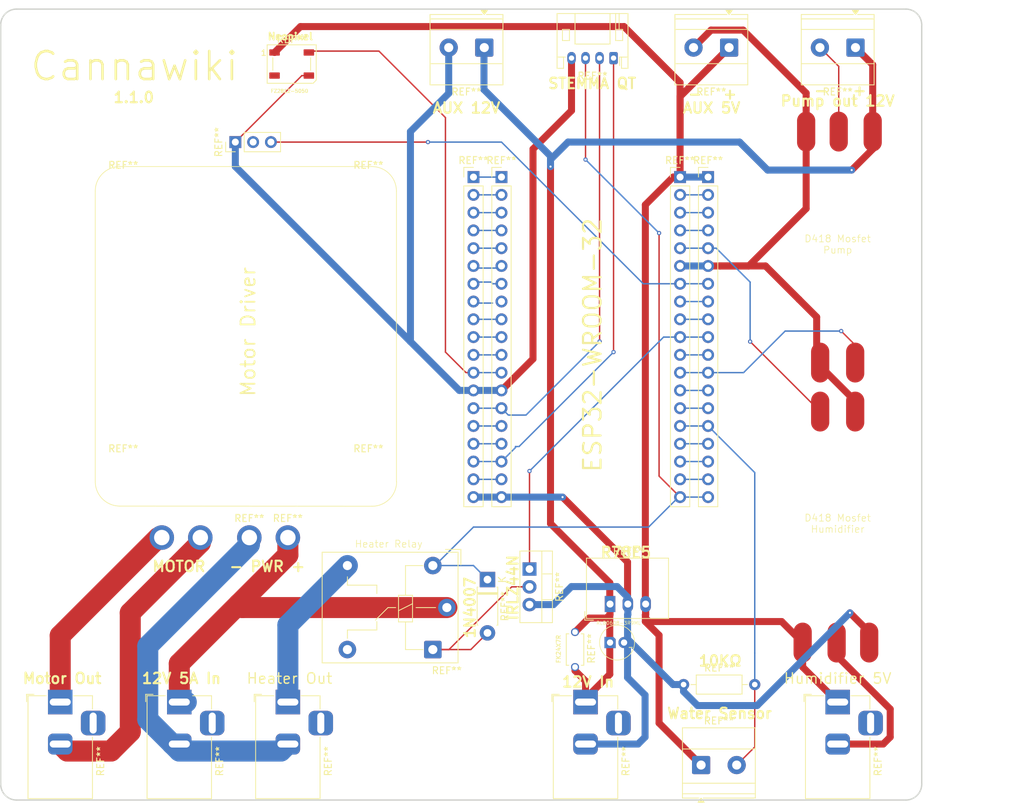
<source format=kicad_pcb>
(kicad_pcb (version 20241229) (generator "pcbnew") (generator_version "9.0")
  (layers (0 "F.Cu" signal) (2 "B.Cu" signal) (13 "F.Paste" user) (15 "B.Paste" user) (5 "F.SilkS" user "F.Silkscreen") (7 "B.SilkS" user "B.Silkscreen") (1 "F.Mask" user) (3 "B.Mask" user) (25 "Edge.Cuts" user))
  (net 0 "")
  (net 1 "12v+")
  (net 2 "gnd")
  (net 3 "5v+")
  (net 4 "wtrsnrIN")
  (net 5 "humidiferGND")
  (net 6 "pumpGND")
  (net 7 "BigGND")
  (net 8 "HeaterPin")
  (net 9 "Big+")
  (net 10 "pumpOutPin")
  (net 11 "humidiferPinOut")
  (net 12 "3.3v")
  (net 13 "SDA")
  (net 14 "SCL")
  (net 15 "heaterRelayOut+")
  (net 16 "heaterTransistorOut")
  (footprint "Connector_BarrelJack:BarrelJack_Horizontal" (layer "F.Cu") (at 77 137.5 90)
    (property "Reference" "REF**" (at -8.45 5.75 90) (layer "F.SilkS"))
    (property "Value" "BarrelJack_Horizontal")
    (pad "1" thru_hole rect (at 0 0 90) (size 3.5 3.5) (drill oval 1 3) (layers "*.Cu" "*.Mask") (net 9 "Big+"))
    (pad "2" thru_hole roundrect (at -6 0 90) (size 3 3.5) (drill oval 1 3) (layers "*.Cu" "*.Mask") (net 7 "BigGND"))
    (pad "3" thru_hole roundrect (at -3 4.7 90) (size 3.5 3.5) (drill oval 3 1) (layers "*.Cu" "*.Mask"))
  )
  (footprint "MountingHole:MountingHole_3.2mm_M3" (layer "F.Cu") (at 104 65)
    (property "Reference" "REF**" (at 0 -4.2 0) (layer "F.SilkS"))
    (property "Value" "MountingHole_3.2mm_M3")
    (pad "" np_thru_hole circle (at 0 0) (size 3.2 3.2) (drill 3.2) (layers "*.Cu" "*.Mask"))
  )
  (footprint "Alex_custom:D4184 module" (layer "F.Cu") (at 162.5 129 90)
    (property "Reference" "REF**" (hide yes))
    (property "Value" "D418")
    (pad "+" smd oval (at 0 3.5 90) (size 5.7 2.6) (layers "F.Cu" "F.Mask" "F.Paste") (net 3 "5v+"))
    (pad "GND" smd oval (at 33 11 90) (size 5.7 2.6) (layers "F.Cu" "F.Mask" "F.Paste") (net 2 "gnd"))
    (pad "Load GND" smd oval (at 0 8.35 90) (size 5.7 2.6) (layers "F.Cu" "F.Mask" "F.Paste") (net 5 "humidiferGND"))
    (pad "PWM" smd oval (at 33 6 90) (size 5.7 2.6) (layers "F.Cu" "F.Mask" "F.Paste") (net 11 "humidiferPinOut"))
    (pad "PWR GND" smd oval (at 0 13 90) (size 5.7 2.6) (layers "F.Cu" "F.Mask" "F.Paste") (net 2 "gnd"))
  )
  (footprint "MountingHole:MountingHole_3.2mm_M3" (layer "F.Cu") (at 69 65)
    (property "Reference" "REF**" (at 0 -4.2 0) (layer "F.SilkS"))
    (property "Value" "MountingHole_3.2mm_M3")
    (pad "" np_thru_hole circle (at 0 0) (size 3.2 3.2) (drill 3.2) (layers "*.Cu" "*.Mask"))
  )
  (footprint "Connector_BarrelJack:BarrelJack_Horizontal" (layer "F.Cu") (at 135 137.5 90)
    (property "Reference" "REF**" (at -8.45 5.75 90) (layer "F.SilkS"))
    (property "Value" "BarrelJack_Horizontal")
    (pad "1" thru_hole rect (at 0 0 90) (size 3.5 3.5) (drill oval 1 3) (layers "*.Cu" "*.Mask") (net 1 "12v+"))
    (pad "2" thru_hole roundrect (at -6 0 90) (size 3 3.5) (drill oval 1 3) (layers "*.Cu" "*.Mask") (net 2 "gnd"))
    (pad "3" thru_hole roundrect (at -3 4.7 90) (size 3.5 3.5) (drill oval 3 1) (layers "*.Cu" "*.Mask"))
  )
  (footprint "Connector_PinHeader_2.54mm:PinHeader_1x19_P2.54mm_Vertical" (layer "F.Cu") (at 123 62.5)
    (property "Reference" "REF**" (at 0 -2.38 0) (layer "F.SilkS"))
    (property "Value" "PinHeader_1x19_P2.54mm_Vertical")
    (pad "2" thru_hole circle (at 0 2.54) (size 1.7 1.7) (drill 1) (layers "*.Cu" "*.Mask"))
    (pad "3" thru_hole circle (at 0 5.08) (size 1.7 1.7) (drill 1) (layers "*.Cu" "*.Mask"))
    (pad "4" thru_hole circle (at 0 7.62) (size 1.7 1.7) (drill 1) (layers "*.Cu" "*.Mask"))
    (pad "5" thru_hole circle (at 0 10.16) (size 1.7 1.7) (drill 1) (layers "*.Cu" "*.Mask"))
    (pad "6" thru_hole circle (at 0 12.7) (size 1.7 1.7) (drill 1) (layers "*.Cu" "*.Mask"))
    (pad "7" thru_hole circle (at 0 15.24) (size 1.7 1.7) (drill 1) (layers "*.Cu" "*.Mask"))
    (pad "8" thru_hole circle (at 0 17.78) (size 1.7 1.7) (drill 1) (layers "*.Cu" "*.Mask"))
    (pad "9" thru_hole circle (at 0 20.32) (size 1.7 1.7) (drill 1) (layers "*.Cu" "*.Mask"))
    (pad "10" thru_hole circle (at 0 22.86) (size 1.7 1.7) (drill 1) (layers "*.Cu" "*.Mask"))
    (pad "11" thru_hole circle (at 0 25.4) (size 1.7 1.7) (drill 1) (layers "*.Cu" "*.Mask"))
    (pad "CLK" thru_hole rect (at 0 0) (size 1.7 1.7) (drill 1) (layers "*.Cu" "*.Mask"))
    (pad "G19" thru_hole circle (at 0 27.94) (size 1.7 1.7) (drill 1) (layers "*.Cu" "*.Mask"))
    (pad "G21" thru_hole circle (at 0 33.02) (size 1.7 1.7) (drill 1) (layers "*.Cu" "*.Mask") (net 13 "SDA"))
    (pad "G22" thru_hole circle (at 0 40.64) (size 1.7 1.7) (drill 1) (layers "*.Cu" "*.Mask") (net 14 "SCL"))
    (pad "G23" thru_hole circle (at 0 43.18) (size 1.7 1.7) (drill 1) (layers "*.Cu" "*.Mask"))
    (pad "GND" thru_hole circle (at 0 30.48) (size 1.7 1.7) (drill 1) (layers "*.Cu" "*.Mask") (net 2 "gnd"))
    (pad "GND" thru_hole circle (at 0 45.72) (size 1.7 1.7) (drill 1) (layers "*.Cu" "*.Mask") (net 2 "gnd"))
    (pad "RXD" thru_hole circle (at 0 35.56) (size 1.7 1.7) (drill 1) (layers "*.Cu" "*.Mask"))
    (pad "TXD" thru_hole circle (at 0 38.1) (size 1.7 1.7) (drill 1) (layers "*.Cu" "*.Mask"))
  )
  (footprint "MountingHole:MountingHole_3.2mm_M3" (layer "F.Cu") (at 69 105.5)
    (property "Reference" "REF**" (at 0 -4.2 0) (layer "F.SilkS"))
    (property "Value" "MountingHole_3.2mm_M3")
    (pad "" np_thru_hole circle (at 0 0) (size 3.2 3.2) (drill 3.2) (layers "*.Cu" "*.Mask"))
  )
  (footprint "Connector_BarrelJack:BarrelJack_Horizontal" (layer "F.Cu") (at 171 137.5 90)
    (property "Reference" "REF**" (at -8.45 5.75 90) (layer "F.SilkS"))
    (property "Value" "BarrelJack_Horizontal")
    (pad "1" thru_hole rect (at 0 0 90) (size 3.5 3.5) (drill oval 1 3) (layers "*.Cu" "*.Mask") (net 3 "5v+"))
    (pad "2" thru_hole roundrect (at -6 0 90) (size 3 3.5) (drill oval 1 3) (layers "*.Cu" "*.Mask") (net 5 "humidiferGND"))
    (pad "3" thru_hole roundrect (at -3 4.7 90) (size 3.5 3.5) (drill oval 3 1) (layers "*.Cu" "*.Mask"))
  )
  (footprint "Connector_PinHeader_2.54mm:PinHeader_1x19_P2.54mm_Vertical" (layer "F.Cu") (at 148.5 62.5)
    (property "Reference" "REF**" (at 0 -2.38 0) (layer "F.SilkS"))
    (property "Value" "PinHeader_1x19_P2.54mm_Vertical")
    (pad "3V3" thru_hole circle (at 0 45.72) (size 1.7 1.7) (drill 1) (layers "*.Cu" "*.Mask") (net 12 "3.3v"))
    (pad "13" thru_hole circle (at 0 30.48) (size 1.7 1.7) (drill 1) (layers "*.Cu" "*.Mask"))
    (pad "14" thru_hole circle (at 0 33.02) (size 1.7 1.7) (drill 1) (layers "*.Cu" "*.Mask"))
    (pad "16" thru_hole circle (at 0 38.1) (size 1.7 1.7) (drill 1) (layers "*.Cu" "*.Mask"))
    (pad "17" thru_hole circle (at 0 40.64) (size 1.7 1.7) (drill 1) (layers "*.Cu" "*.Mask"))
    (pad "18" thru_hole circle (at 0 43.18) (size 1.7 1.7) (drill 1) (layers "*.Cu" "*.Mask"))
    (pad "CMD" thru_hole circle (at 0 2.54) (size 1.7 1.7) (drill 1) (layers "*.Cu" "*.Mask"))
    (pad "G12" thru_hole circle (at 0 15.24) (size 1.7 1.7) (drill 1) (layers "*.Cu" "*.Mask"))
    (pad "G13" thru_hole circle (at 0 10.16) (size 1.7 1.7) (drill 1) (layers "*.Cu" "*.Mask") (net 11 "humidiferPinOut"))
    (pad "G14" thru_hole circle (at 0 17.78) (size 1.7 1.7) (drill 1) (layers "*.Cu" "*.Mask"))
    (pad "G25" thru_hole circle (at 0 25.4) (size 1.7 1.7) (drill 1) (layers "*.Cu" "*.Mask"))
    (pad "G26" thru_hole circle (at 0 22.86) (size 1.7 1.7) (drill 1) (layers "*.Cu" "*.Mask") (net 8 "HeaterPin"))
    (pad "G27" thru_hole circle (at 0 20.32) (size 1.7 1.7) (drill 1) (layers "*.Cu" "*.Mask"))
    (pad "G33" thru_hole circle (at 0 27.94) (size 1.7 1.7) (drill 1) (layers "*.Cu" "*.Mask") (net 10 "pumpOutPin"))
    (pad "G34" thru_hole circle (at 0 35.56) (size 1.7 1.7) (drill 1) (layers "*.Cu" "*.Mask") (net 4 "wtrsnrIN"))
    (pad "GND" thru_hole circle (at 0 12.7) (size 1.7 1.7) (drill 1) (layers "*.Cu" "*.Mask") (net 2 "gnd"))
    (pad "SD2" thru_hole circle (at 0 7.62) (size 1.7 1.7) (drill 1) (layers "*.Cu" "*.Mask"))
    (pad "SD3" thru_hole circle (at 0 5.08) (size 1.7 1.7) (drill 1) (layers "*.Cu" "*.Mask"))
    (pad "V5" thru_hole rect (at 0 0) (size 1.7 1.7) (drill 1) (layers "*.Cu" "*.Mask") (net 3 "5v+"))
  )
  (footprint "TerminalBlock_Phoenix:TerminalBlock_Phoenix_MKDS-1,5-2-5.08_1x02_P5.08mm_Horizontal" (layer "F.Cu") (at 151.5 146.5)
    (property "Reference" "REF**" (at 2.54 -6.32 0) (layer "F.SilkS"))
    (property "Value" "TerminalBlock_Phoenix_MKDS-1,5-2-5.08_1x02_P5.08mm_Horizontal")
    (pad "1" thru_hole roundrect (at 0 0) (size 2.6 2.6) (drill 1.3) (layers "*.Cu" "*.Mask") (roundrect_rratio 0.096154) (net 3 "5v+"))
    (pad "2" thru_hole circle (at 5.08 0) (size 2.6 2.6) (drill 1.3) (layers "*.Cu" "*.Mask") (net 4 "wtrsnrIN"))
  )
  (footprint "Connector_PinHeader_2.54mm:PinHeader_1x03_P2.54mm_Vertical" (layer "F.Cu") (at 85 57.5 90)
    (property "Reference" "REF**" (at 0 -2.38 90) (layer "F.SilkS"))
    (property "Value" "PinHeader_1x03_P2.54mm_Vertical")
    (pad "2" thru_hole circle (at 0 2.54 90) (size 1.7 1.7) (drill 1) (layers "*.Cu" "*.Mask"))
    (pad "GND" thru_hole rect (at 0 0 90) (size 1.7 1.7) (drill 1) (layers "*.Cu" "*.Mask") (net 2 "gnd"))
    (pad "IN1" thru_hole circle (at 0 5.08 90) (size 1.7 1.7) (drill 1) (layers "*.Cu" "*.Mask"))
  )
  (footprint "TerminalBlock_Phoenix:TerminalBlock_Phoenix_MKDS-1,5-2-5.08_1x02_P5.08mm_Horizontal" (layer "F.Cu") (at 120.545 44 180)
    (property "Reference" "REF**" (at 2.54 -6.32 0) (layer "F.SilkS"))
    (property "Value" "TerminalBlock_Phoenix_MKDS-1,5-2-5.08_1x02_P5.08mm_Horizontal")
    (pad "1" thru_hole roundrect (at 0 0 180) (size 2.6 2.6) (drill 1.3) (layers "*.Cu" "*.Mask") (roundrect_rratio 0.096154) (net 1 "12v+"))
    (pad "2" thru_hole circle (at 5.08 0 180) (size 2.6 2.6) (drill 1.3) (layers "*.Cu" "*.Mask") (net 2 "gnd"))
  )
  (footprint "Alex_custom:RLB0608-3R9ML" (layer "F.Cu") (at 139.5 129)
    (property "Reference" "REF**" (hide yes))
    (property "Value" "RLB0608-3R9ML" (hide yes))
    (fp_text user "RLB0608-3R9ML" (at -3 -2.5 0) (layer "F.SilkS") (effects (font (size 0.5 0.5) (thickness 0.0625)) (justify left bottom)))
    (pad "1" thru_hole roundrect (at -1 0) (size 1.6 1.6) (drill 0.9) (layers "*.Cu" "*.Mask") (roundrect_rratio 0) (chamfer_ratio 0.2) (chamfer top_right))
    (pad "2" thru_hole circle (at 1 0) (size 1.6 1.6) (drill 0.9) (layers "*.Cu" "*.Mask"))
  )
  (footprint "Connector_BarrelJack:BarrelJack_Horizontal" (layer "F.Cu") (at 60 137.5 90)
    (property "Reference" "REF**" (at -8.45 5.75 90) (layer "F.SilkS"))
    (property "Value" "BarrelJack_Horizontal")
    (pad "1" thru_hole rect (at 0 0 90) (size 3.5 3.5) (drill oval 1 3) (layers "*.Cu" "*.Mask"))
    (pad "2" thru_hole roundrect (at -6 0 90) (size 3 3.5) (drill oval 1 3) (layers "*.Cu" "*.Mask"))
    (pad "3" thru_hole roundrect (at -3 4.7 90) (size 3.5 3.5) (drill oval 3 1) (layers "*.Cu" "*.Mask"))
  )
  (footprint "Relay_THT:Relay_SPDT_Hongfa_JQC-3FF_0XX-1Z" (layer "F.Cu") (at 113.2 130 180)
    (property "Reference" "REF**" (at -2 -3 0) (layer "F.SilkS"))
    (property "Value" "Relay_SPDT_Hongfa_JQC-3FF_0XX-1Z")
    (pad "11" thru_hole circle (at -2 6 180) (size 2.5 2.5) (drill 1.3) (layers "*.Cu" "*.Mask") (net 9 "Big+"))
    (pad "12" thru_hole circle (at 12.2 0 180) (size 2.5 2.5) (drill 1.3) (layers "*.Cu" "*.Mask"))
    (pad "14" thru_hole circle (at 12.2 12 180) (size 2.5 2.5) (drill 1.3) (layers "*.Cu" "*.Mask") (net 15 "heaterRelayOut+"))
    (pad "A1" thru_hole roundrect (at 0 0 180) (size 2.5 2.5) (drill 1.3) (layers "*.Cu" "*.Mask") (roundrect_rratio 0.1) (net 16 "heaterTransistorOut"))
    (pad "A2" thru_hole circle (at 0 12 180) (size 2.5 2.5) (drill 1.3) (layers "*.Cu" "*.Mask") (net 12 "3.3v"))
  )
  (footprint "MountingHole:MountingHole_3.2mm_M3" (layer "F.Cu") (at 104 105.5)
    (property "Reference" "REF**" (at 0 -4.2 0) (layer "F.SilkS"))
    (property "Value" "MountingHole_3.2mm_M3")
    (pad "" np_thru_hole circle (at 0 0) (size 3.2 3.2) (drill 3.2) (layers "*.Cu" "*.Mask"))
  )
  (footprint "Converter_DCDC:Converter_DCDC_RECOM_R-78E-0.5_THT" (layer "F.Cu") (at 138.5 123.5)
    (property "Reference" "REF**" (at 2.54 -7.56 0) (layer "F.SilkS"))
    (property "Value" "Converter_DCDC_RECOM_R-78E-0.5_THT")
    (pad "1" thru_hole rect (at 0 0) (size 1.5 2.3) (drill 1) (layers "*.Cu" "*.Mask") (net 1 "12v+"))
    (pad "2" thru_hole oval (at 2.54 0) (size 1.5 2.3) (drill 1) (layers "*.Cu" "*.Mask") (net 2 "gnd"))
    (pad "3" thru_hole oval (at 5.08 0) (size 1.5 2.3) (drill 1) (layers "*.Cu" "*.Mask") (net 3 "5v+"))
  )
  (footprint "Connector_PinHeader_2.54mm:PinHeader_1x19_P2.54mm_Vertical" (layer "F.Cu") (at 119 62.5)
    (property "Reference" "REF**" (at 0 -2.38 0) (layer "F.SilkS"))
    (property "Value" "PinHeader_1x19_P2.54mm_Vertical")
    (pad "1" thru_hole rect (at 0 0) (size 1.7 1.7) (drill 1) (layers "*.Cu" "*.Mask"))
    (pad "2" thru_hole circle (at 0 2.54) (size 1.7 1.7) (drill 1) (layers "*.Cu" "*.Mask"))
    (pad "3" thru_hole circle (at 0 5.08) (size 1.7 1.7) (drill 1) (layers "*.Cu" "*.Mask"))
    (pad "4" thru_hole circle (at 0 7.62) (size 1.7 1.7) (drill 1) (layers "*.Cu" "*.Mask"))
    (pad "5" thru_hole circle (at 0 10.16) (size 1.7 1.7) (drill 1) (layers "*.Cu" "*.Mask"))
    (pad "6" thru_hole circle (at 0 12.7) (size 1.7 1.7) (drill 1) (layers "*.Cu" "*.Mask"))
    (pad "7" thru_hole circle (at 0 15.24) (size 1.7 1.7) (drill 1) (layers "*.Cu" "*.Mask"))
    (pad "8" thru_hole circle (at 0 17.78) (size 1.7 1.7) (drill 1) (layers "*.Cu" "*.Mask"))
    (pad "9" thru_hole circle (at 0 20.32) (size 1.7 1.7) (drill 1) (layers "*.Cu" "*.Mask"))
    (pad "10" thru_hole circle (at 0 22.86) (size 1.7 1.7) (drill 1) (layers "*.Cu" "*.Mask"))
    (pad "11" thru_hole circle (at 0 25.4) (size 1.7 1.7) (drill 1) (layers "*.Cu" "*.Mask"))
    (pad "12" thru_hole circle (at 0 27.94) (size 1.7 1.7) (drill 1) (layers "*.Cu" "*.Mask"))
    (pad "13" thru_hole circle (at 0 30.48) (size 1.7 1.7) (drill 1) (layers "*.Cu" "*.Mask") (net 2 "gnd"))
    (pad "14" thru_hole circle (at 0 33.02) (size 1.7 1.7) (drill 1) (layers "*.Cu" "*.Mask"))
    (pad "15" thru_hole circle (at 0 35.56) (size 1.7 1.7) (drill 1) (layers "*.Cu" "*.Mask"))
    (pad "16" thru_hole circle (at 0 38.1) (size 1.7 1.7) (drill 1) (layers "*.Cu" "*.Mask"))
    (pad "17" thru_hole circle (at 0 40.64) (size 1.7 1.7) (drill 1) (layers "*.Cu" "*.Mask"))
    (pad "18" thru_hole circle (at 0 43.18) (size 1.7 1.7) (drill 1) (layers "*.Cu" "*.Mask"))
    (pad "19" thru_hole circle (at 0 45.72) (size 1.7 1.7) (drill 1) (layers "*.Cu" "*.Mask") (net 2 "gnd"))
  )
  (footprint "Resistor_THT:R_Axial_DIN0207_L6.3mm_D2.5mm_P10.16mm_Horizontal" (layer "F.Cu") (at 149 135)
    (property "Reference" "REF**" (at 5.08 -2.37 0) (layer "F.SilkS"))
    (property "Value" "R_Axial_DIN0207_L6.3mm_D2.5mm_P10.16mm_Horizontal")
    (pad "1" thru_hole circle (at 0 0) (size 1.6 1.6) (drill 0.8) (layers "*.Cu" "*.Mask") (net 2 "gnd"))
    (pad "2" thru_hole oval (at 10.16 0) (size 1.6 1.6) (drill 0.8) (layers "*.Cu" "*.Mask") (net 4 "wtrsnrIN"))
  )
  (footprint "TerminalBlock_Phoenix:TerminalBlock_Phoenix_MKDS-1,5-2-5.08_1x02_P5.08mm_Horizontal" (layer "F.Cu") (at 155.5 44 180)
    (property "Reference" "REF**" (at 2.54 -6.32 0) (layer "F.SilkS"))
    (property "Value" "TerminalBlock_Phoenix_MKDS-1,5-2-5.08_1x02_P5.08mm_Horizontal")
    (pad "1" thru_hole roundrect (at 0 0 180) (size 2.6 2.6) (drill 1.3) (layers "*.Cu" "*.Mask") (roundrect_rratio 0.096154) (net 3 "5v+"))
    (pad "2" thru_hole circle (at 5.08 0 180) (size 2.6 2.6) (drill 1.3) (layers "*.Cu" "*.Mask") (net 2 "gnd"))
  )
  (footprint "MountingHole:MountingHole_2.2mm_M2_ISO7380_Pad" (layer "F.Cu") (at 87 114)
    (property "Reference" "REF**" (at 0 -2.75 0) (layer "F.SilkS"))
    (property "Value" "MountingHole_2.2mm_M2_ISO7380_Pad")
    (pad "1" thru_hole circle (at 0 0) (size 3.5 3.5) (drill 2.2) (layers "*.Cu" "*.Mask") (net 7 "BigGND"))
  )
  (footprint "FK24X7R1C475KR000:CAPRB500W50L450T250H550" (layer "F.Cu") (at 133.5 130 -90)
    (property "Reference" "REF**" (at -0.15 -2.335 90) (layer "F.SilkS"))
    (property "Value" "CAPRB500W50L450T250H550")
    (pad "1" thru_hole circle (at -2.5 0 270) (size 1.15 1.15) (drill 0.8) (layers "*.Cu" "*.Mask") (net 1 "12v+"))
    (pad "2" thru_hole circle (at 2.5 0 270) (size 1.15 1.15) (drill 0.8) (layers "*.Cu" "*.Mask") (net 1 "12v+"))
  )
  (footprint "Package_TO_SOT_THT:TO-220-3_Vertical" (layer "F.Cu") (at 127 118.5 -90)
    (property "Reference" "REF**" (at 2.54 -4.27 90) (layer "F.SilkS"))
    (property "Value" "TO-220-3_Vertical")
    (pad "1" thru_hole rect (at 0 0 270) (size 1.905 2) (drill 1.1) (layers "*.Cu" "*.Mask") (net 8 "HeaterPin"))
    (pad "2" thru_hole oval (at 2.54 0 270) (size 1.905 2) (drill 1.1) (layers "*.Cu" "*.Mask") (net 16 "heaterTransistorOut"))
    (pad "3" thru_hole oval (at 5.08 0 270) (size 1.905 2) (drill 1.1) (layers "*.Cu" "*.Mask") (net 2 "gnd"))
  )
  (footprint "" (layer "F.Cu") (at 74.5 114)
    (property "Reference" "" (at 0 0 0) (layer "F.SilkS") (effects (font (size 1.27 1.27))))
    (property "Value" "")
    (pad "MTR" thru_hole circle (at 0 0) (size 3.5 3.5) (drill 2.2) (layers "*.Cu" "*.Mask"))
  )
  (footprint "Connector_JST:JST_PH_S4B-PH-K_1x04_P2.00mm_Horizontal" (layer "F.Cu") (at 139 45.5 180)
    (property "Reference" "REF**" (at 3 -2.55 0) (layer "F.SilkS"))
    (property "Value" "JST_PH_S4B-PH-K_1x04_P2.00mm_Horizontal")
    (pad "1" thru_hole roundrect (at 0 0 180) (size 1.2 1.75) (drill 0.75) (layers "*.Cu" "*.Mask") (roundrect_rratio 0.208333) (net 14 "SCL"))
    (pad "2" thru_hole oval (at 2 0 180) (size 1.2 1.75) (drill 0.75) (layers "*.Cu" "*.Mask") (net 13 "SDA"))
    (pad "3" thru_hole oval (at 4 0 180) (size 1.2 1.75) (drill 0.75) (layers "*.Cu" "*.Mask") (net 12 "3.3v"))
    (pad "4" thru_hole oval (at 6 0 180) (size 1.2 1.75) (drill 0.75) (layers "*.Cu" "*.Mask") (net 2 "gnd"))
  )
  (footprint "Connector_PinHeader_2.54mm:PinHeader_1x19_P2.54mm_Vertical" (layer "F.Cu") (at 152.5 62.5)
    (property "Reference" "REF**" (at 0 -2.38 0) (layer "F.SilkS"))
    (property "Value" "PinHeader_1x19_P2.54mm_Vertical")
    (pad "1" thru_hole rect (at 0 0) (size 1.7 1.7) (drill 1) (layers "*.Cu" "*.Mask") (net 3 "5v+"))
    (pad "2" thru_hole circle (at 0 2.54) (size 1.7 1.7) (drill 1) (layers "*.Cu" "*.Mask"))
    (pad "3" thru_hole circle (at 0 5.08) (size 1.7 1.7) (drill 1) (layers "*.Cu" "*.Mask"))
    (pad "4" thru_hole circle (at 0 7.62) (size 1.7 1.7) (drill 1) (layers "*.Cu" "*.Mask"))
    (pad "5" thru_hole circle (at 0 10.16) (size 1.7 1.7) (drill 1) (layers "*.Cu" "*.Mask") (net 11 "humidiferPinOut"))
    (pad "6" thru_hole circle (at 0 12.7) (size 1.7 1.7) (drill 1) (layers "*.Cu" "*.Mask") (net 2 "gnd"))
    (pad "7" thru_hole circle (at 0 15.24) (size 1.7 1.7) (drill 1) (layers "*.Cu" "*.Mask"))
    (pad "8" thru_hole circle (at 0 17.78) (size 1.7 1.7) (drill 1) (layers "*.Cu" "*.Mask"))
    (pad "9" thru_hole circle (at 0 20.32) (size 1.7 1.7) (drill 1) (layers "*.Cu" "*.Mask"))
    (pad "11" thru_hole circle (at 0 25.4) (size 1.7 1.7) (drill 1) (layers "*.Cu" "*.Mask"))
    (pad "12" thru_hole circle (at 0 27.94) (size 1.7 1.7) (drill 1) (layers "*.Cu" "*.Mask") (net 10 "pumpOutPin"))
    (pad "13" thru_hole circle (at 0 30.48) (size 1.7 1.7) (drill 1) (layers "*.Cu" "*.Mask"))
    (pad "14" thru_hole circle (at 0 33.02) (size 1.7 1.7) (drill 1) (layers "*.Cu" "*.Mask"))
    (pad "15" thru_hole circle (at 0 35.56) (size 1.7 1.7) (drill 1) (layers "*.Cu" "*.Mask") (net 4 "wtrsnrIN"))
    (pad "16" thru_hole circle (at 0 38.1) (size 1.7 1.7) (drill 1) (layers "*.Cu" "*.Mask"))
    (pad "17" thru_hole circle (at 0 40.64) (size 1.7 1.7) (drill 1) (layers "*.Cu" "*.Mask"))
    (pad "18" thru_hole circle (at 0 43.18) (size 1.7 1.7) (drill 1) (layers "*.Cu" "*.Mask"))
    (pad "19" thru_hole circle (at 0 45.72) (size 1.7 1.7) (drill 1) (layers "*.Cu" "*.Mask"))
    (pad "G26" thru_hole circle (at 0 22.86) (size 1.7 1.7) (drill 1) (layers "*.Cu" "*.Mask") (net 8 "HeaterPin"))
  )
  (footprint "Diode_THT:D_DO-41_SOD81_P7.62mm_Horizontal" (layer "F.Cu") (at 121 120 -90)
    (property "Reference" "REF**" (at 3.81 -2.47 90) (layer "F.SilkS"))
    (property "Value" "D_DO-41_SOD81_P7.62mm_Horizontal")
    (fp_text user "K" (at 0 -2.1 90) (layer "F.SilkS"))
    (pad "1" thru_hole rect (at 0 0 270) (size 2.2 2.2) (drill 1.1) (layers "*.Cu" "*.Mask") (net 12 "3.3v"))
    (pad "2" thru_hole oval (at 7.62 0 270) (size 2.2 2.2) (drill 1.1) (layers "*.Cu" "*.Mask") (net 16 "heaterTransistorOut"))
  )
  (footprint "" (layer "F.Cu") (at 80 114)
    (property "Reference" "" (at 0 0 0) (layer "F.SilkS") (effects (font (size 1.27 1.27))))
    (property "Value" "")
    (pad "MTR" thru_hole circle (at 0 0) (size 3.5 3.5) (drill 2.2) (layers "*.Cu" "*.Mask"))
  )
  (footprint "MountingHole:MountingHole_2.2mm_M2_ISO7380_Pad" (layer "F.Cu") (at 92.5 114)
    (property "Reference" "REF**" (at 0 -2.75 0) (layer "F.SilkS"))
    (property "Value" "MountingHole_2.2mm_M2_ISO7380_Pad")
    (pad "1" thru_hole circle (at 0 0) (size 3.5 3.5) (drill 2.2) (layers "*.Cu" "*.Mask") (net 9 "Big+"))
  )
  (footprint "Alex_custom:D4184 module" (layer "F.Cu") (at 179.5 56 -90)
    (property "Reference" "REF**" (hide yes))
    (property "Value" "D418")
    (pad "+" smd oval (at 0 3.5 270) (size 5.7 2.6) (layers "F.Cu" "F.Mask" "F.Paste") (net 1 "12v+"))
    (pad "GND" smd oval (at 33 11 270) (size 5.7 2.6) (layers "F.Cu" "F.Mask" "F.Paste") (net 2 "gnd"))
    (pad "PWM" smd oval (at 33 6 270) (size 5.7 2.6) (layers "F.Cu" "F.Mask" "F.Paste") (net 10 "pumpOutPin"))
    (pad "PWR GND" smd oval (at 0 13 270) (size 5.7 2.6) (layers "F.Cu" "F.Mask" "F.Paste") (net 2 "gnd"))
    (pad "pump GND" smd oval (at 0 8.35 270) (size 5.7 2.6) (layers "F.Cu" "F.Mask" "F.Paste") (net 6 "pumpGND"))
  )
  (footprint "Connector_BarrelJack:BarrelJack_Horizontal" (layer "F.Cu") (at 92.5 137.5 90)
    (property "Reference" "REF**" (at -8.45 5.75 90) (layer "F.SilkS"))
    (property "Value" "BarrelJack_Horizontal")
    (pad "1" thru_hole rect (at 0 0 90) (size 3.5 3.5) (drill oval 1 3) (layers "*.Cu" "*.Mask") (net 15 "heaterRelayOut+"))
    (pad "2" thru_hole roundrect (at -6 0 90) (size 3 3.5) (drill oval 1 3) (layers "*.Cu" "*.Mask") (net 7 "BigGND"))
    (pad "3" thru_hole roundrect (at -3 4.7 90) (size 3.5 3.5) (drill oval 3 1) (layers "*.Cu" "*.Mask"))
  )
  (footprint "LED_SMD:LED_WS2812B_PLCC4_5.0x5.0mm_P3.2mm" (layer "F.Cu") (at 93.05 46.35)
    (property "Reference" "REF**" (at 0 -3.5 0) (layer "F.SilkS"))
    (property "Value" "LED_WS2812B_PLCC4_5.0x5.0mm_P3.2mm")
    (fp_text user "1" (at -4 -1.6 0) (layer "F.SilkS") (effects (font (size 0.8 0.8))))
    (pad "1" smd roundrect (at -2.45 -1.65) (size 1.5 0.9) (layers "F.Cu" "F.Mask" "F.Paste") (roundrect_rratio 0.1) (net 3 "5v+"))
    (pad "2" smd roundrect (at -2.45 1.65) (size 1.5 0.9) (layers "F.Cu" "F.Mask" "F.Paste") (roundrect_rratio 0.1))
    (pad "3" smd roundrect (at 2.45 1.65) (size 1.5 0.9) (layers "F.Cu" "F.Mask" "F.Paste") (roundrect_rratio 0.1) (net 2 "gnd"))
    (pad "4" smd roundrect (at 2.45 -1.65) (size 1.5 0.9) (layers "F.Cu" "F.Mask" "F.Paste") (roundrect_rratio 0.1))
  )
  (footprint "TerminalBlock_Phoenix:TerminalBlock_Phoenix_MKDS-1,5-2-5.08_1x02_P5.08mm_Horizontal" (layer "F.Cu") (at 173.545 44 180)
    (property "Reference" "REF**" (at 2.54 -6.32 0) (layer "F.SilkS"))
    (property "Value" "TerminalBlock_Phoenix_MKDS-1,5-2-5.08_1x02_P5.08mm_Horizontal")
    (pad "1" thru_hole roundrect (at 0 0 180) (size 2.6 2.6) (drill 1.3) (layers "*.Cu" "*.Mask") (roundrect_rratio 0.096154) (net 1 "12v+"))
    (pad "2" thru_hole circle (at 5.08 0 180) (size 2.6 2.6) (drill 1.3) (layers "*.Cu" "*.Mask") (net 6 "pumpGND"))
  )
  (gr_line (start 68.500001 61.000002) (end 104.491634 61.000002) (stroke (width 0.1)) (layer "F.SilkS"))
  (gr_arc (start 104.500008 60.999992) (mid 106.974882 62.025118) (end 108.000008 64.499992) (stroke (width 0.1)) (layer "F.SilkS"))
  (gr_arc (start 68.5 109.5) (mid 66.025126 108.474874) (end 65 106) (stroke (width 0.1)) (layer "F.SilkS"))
  (gr_line (start 65 106) (end 65 64.5) (stroke (width 0.1)) (layer "F.SilkS"))
  (gr_arc (start 108.025135 106.025117) (mid 107 108.5) (end 104.525109 109.525117) (stroke (width 0.1)) (layer "F.SilkS"))
  (gr_arc (start 65.000001 64.500001) (mid 66.025127 62.025127) (end 68.500001 61.000001) (stroke (width 0.1)) (layer "F.SilkS"))
  (gr_line (start 108.000008 64.499991) (end 108.000009 105.999991) (stroke (width 0.1)) (layer "F.SilkS"))
  (gr_line (start 104.513875 109.525117) (end 68.5 109.5) (stroke (width 0.1)) (layer "F.SilkS"))
  (gr_arc (start 51.5 40.767767) (mid 52.164214 39.164214) (end 53.767767 38.5) (stroke (width 0.2)) (layer "Edge.Cuts"))
  (gr_line (start 180.7322 38.5) (end 53.767767 38.5) (stroke (width 0.2)) (layer "Edge.Cuts"))
  (gr_line (start 53.76777 151.5) (end 180.7322 151.5) (stroke (width 0.2)) (layer "Edge.Cuts"))
  (gr_arc (start 53.767767 151.5) (mid 52.164214 150.835786) (end 51.5 149.232233) (stroke (width 0.2)) (layer "Edge.Cuts"))
  (gr_arc (start 183 149.232233) (mid 182.335786 150.835786) (end 180.732233 151.5) (stroke (width 0.2)) (layer "Edge.Cuts"))
  (gr_line (start 183 149.232233) (end 183 40.7678) (stroke (width 0.2)) (layer "Edge.Cuts"))
  (gr_line (start 51.5 40.767767) (end 51.5 149.23223) (stroke (width 0.2)) (layer "Edge.Cuts"))
  (gr_arc (start 180.732232 38.5) (mid 182.335786 39.164214) (end 183 40.767767) (stroke (width 0.2)) (layer "Edge.Cuts"))
  (gr_text "D418 Mosfet\nPump" (at 171 73.5 0) (layer "F.SilkS") (effects (font (size 1 1) (thickness 0.1)) (justify bottom)))
  (gr_text "-" (at 149.5 51.5 0) (layer "F.SilkS") (effects (font (size 1.5 1.5) (thickness 0.3) (bold yes)) (justify left bottom)))
  (gr_text "Pump out 12V\n" (at 171 52.5 0) (layer "F.SilkS") (effects (font (size 1.5 1.5) (thickness 0.3) (bold yes)) (justify bottom)))
  (gr_text "ESP32-WROOM-32" (at 136 86.5 90) (layer "F.SilkS") (effects (font (size 2.5 2.5) (thickness 0.3125))))
  (gr_text "Water Sensor" (at 146.5 140 0) (layer "F.SilkS") (effects (font (size 1.5 1.5) (thickness 0.3) (bold yes)) (justify left bottom)))
  (gr_text "FK24X7R" (at 131.5 132 90) (layer "F.SilkS") (effects (font (size 0.6 0.6) (thickness 0.12) (bold yes)) (justify left bottom)))
  (gr_text "AUX 12V" (at 118 53.5 0) (layer "F.SilkS") (effects (font (size 1.5 1.5) (thickness 0.3) (bold yes)) (justify bottom)))
  (gr_text "AUX 5V" (at 153 53.5 0) (layer "F.SilkS") (effects (font (size 1.5 1.5) (thickness 0.3) (bold yes)) (justify bottom)))
  (gr_text "MOTOR" (at 73 119 0) (layer "F.SilkS") (effects (font (size 1.5 1.5) (thickness 0.3) (bold yes)) (justify left bottom)))
  (gr_text "Motor Out" (at 54.5 135 0) (layer "F.SilkS") (effects (font (size 1.5 1.5) (thickness 0.3) (bold yes)) (justify left bottom)))
  (gr_text "1N4007" (at 118.5 124 90) (layer "F.SilkS") (effects (font (size 1.5 1.5) (thickness 0.3) (bold yes))))
  (gr_text "- PWR +" (at 84 119 0) (layer "F.SilkS") (effects (font (size 1.5 1.5) (thickness 0.3) (bold yes)) (justify left bottom)))
  (gr_text "10KΩ" (at 151 132.5 0) (layer "F.SilkS") (effects (font (size 1.5 1.5) (thickness 0.3) (bold yes)) (justify left bottom)))
  (gr_text "Cannawiki" (at 55.5 49 0) (layer "F.SilkS") (effects (font (size 4 4) (thickness 0.375)) (justify left bottom)))
  (gr_text "-" (at 167.5 51 0) (layer "F.SilkS") (effects (font (size 1.5 1.5) (thickness 0.3) (bold yes)) (justify left bottom)))
  (gr_text "Heater Relay" (at 102 115.5 0) (layer "F.SilkS") (effects (font (size 1 1) (thickness 0.1)) (justify left bottom)))
  (gr_text "FZ2812-5050\n" (at 90 50.5 0) (layer "F.SilkS") (effects (font (size 0.5 0.5) (thickness 0.1) (bold yes)) (justify left bottom)))
  (gr_text "12V 5A In\n" (at 71.5 135 0) (layer "F.SilkS") (effects (font (size 1.5 1.5) (thickness 0.3) (bold yes)) (justify left bottom)))
  (gr_text "12V In\n" (at 131.5 135.5 0) (layer "F.SilkS") (effects (font (size 1.5 1.5) (thickness 0.3) (bold yes)) (justify left bottom)))
  (gr_text "IRLZ44N " (at 125.5 126 90) (layer "F.SilkS") (effects (font (size 1.5 1.5) (thickness 0.3) (bold yes)) (justify left bottom)))
  (gr_text "-" (at 141 130 0) (layer "F.SilkS") (effects (font (size 0.6 0.6) (thickness 0.12) (bold yes)) (justify left bottom)))
  (gr_text "Neopixel" (at 89.5 43 0) (layer "F.SilkS") (effects (font (size 1 1) (thickness 0.25) (bold yes)) (justify left bottom)))
  (gr_text "D418 Mosfet\nHumidifier" (at 171 112 0) (layer "F.SilkS") (effects (font (size 1 1) (thickness 0.1))))
  (gr_text "Humidifier 5V\n" (at 171 135 0) (layer "F.SilkS") (effects (font (size 1.5 1.5) (thickness 0.1875)) (justify bottom)))
  (gr_text "Motor Driver" (at 88 94 90) (layer "F.SilkS") (effects (font (size 2 2) (thickness 0.25)) (justify left bottom)))
  (gr_text "1.1.0\n" (at 70.5 52 0) (layer "F.SilkS") (effects (font (size 1.5 1.5) (thickness 0.3) (bold yes)) (justify bottom)))
  (gr_text "+" (at 173 51 0) (layer "F.SilkS") (effects (font (size 1.5 1.5) (thickness 0.3) (bold yes)) (justify left bottom)))
  (gr_text "STEMMA QT" (at 129.5 50 0) (layer "F.SilkS") (effects (font (size 1.5 1.5) (thickness 0.3) (bold yes)) (justify left bottom)))
  (gr_text "Heater Out" (at 86.5 135 0) (layer "F.SilkS") (effects (font (size 1.5 1.5) (thickness 0.1875)) (justify left bottom)))
  (gr_text "+" (at 154.5 51.5 0) (layer "F.SilkS") (effects (font (size 1.5 1.5) (thickness 0.3) (bold yes)) (justify left bottom)))
  (gr_text "R78E5" (at 137 117 0) (layer "F.SilkS") (effects (font (size 1.5 1.5) (thickness 0.3) (bold yes)) (justify left bottom)))
  (segment (start 60 128) (end 60 137.5) (width 3) (layer "F.Cu") (net 0))
  (segment (start 95.7 44.5) (end 105.5 44.5) (width 0.2) (layer "F.Cu") (net 0))
  (segment (start 67.25 144.5) (end 61 144.5) (width 3) (layer "F.Cu") (net 0))
  (segment (start 70 124.75) (end 70 141.75) (width 3) (layer "F.Cu") (net 0))
  (segment (start 95.5 44.7) (end 95.7 44.5) (width 0.2) (layer "F.Cu") (net 0))
  (segment (start 117.94 90.44) (end 119 90.44) (width 0.2) (layer "F.Cu") (net 0))
  (segment (start 105.5 44.5) (end 115 54) (width 0.2) (layer "F.Cu") (net 0))
  (segment (start 80 114.75) (end 70 124.75) (width 3) (layer "F.Cu") (net 0))
  (segment (start 115 54) (end 115 87.5) (width 0.2) (layer "F.Cu") (net 0))
  (segment (start 74 114) (end 74.5 114) (width 0.2) (layer "F.Cu") (net 0))
  (segment (start 70 141.75) (end 67.25 144.5) (width 3) (layer "F.Cu") (net 0))
  (segment (start 115 87.5) (end 117.94 90.44) (width 0.2) (layer "F.Cu") (net 0))
  (segment (start 80 114) (end 80 114.75) (width 3) (layer "F.Cu") (net 0))
  (segment (start 61 144.5) (end 60 143.5) (width 3) (layer "F.Cu") (net 0))
  (segment (start 74 114) (end 60 128) (width 3) (layer "F.Cu") (net 0))
  (segment (start 112.5 57.5) (end 90.08 57.5) (width 0.2) (layer "F.Cu") (net 0))
  (via (at 112.5 57.5) (size 0.6) (drill 0.3) (layers "F.Cu" "B.Cu") (net 0))
  (segment (start 119.24 77.5) (end 121.5 77.5) (width 0.2) (layer "B.Cu") (net 0))
  (segment (start 152.5 100.6) (end 148.5 100.6) (width 0.2) (layer "B.Cu") (net 0))
  (segment (start 148.5 67.58) (end 152.5 67.58) (width 0.2) (layer "B.Cu") (net 0))
  (segment (start 119.3 75.5) (end 123 75.5) (width 0.2) (layer "B.Cu") (net 0))
  (segment (start 148.5 82.82) (end 152.5 82.82) (width 0.2) (layer "B.Cu") (net 0))
  (segment (start 123 75.5) (end 123 75.2) (width 0.2) (layer "B.Cu") (net 0))
  (segment (start 119 100.6) (end 123 100.6) (width 0.2) (layer "B.Cu") (net 0))
  (segment (start 119 75.2) (end 119.3 75.5) (width 0.2) (layer "B.Cu") (net 0))
  (segment (start 119 90.44) (end 123 90.44) (width 0.2) (layer "B.Cu") (net 0))
  (segment (start 119 72.66) (end 123 72.66) (width 0.2) (layer "B.Cu") (net 0))
  (segment (start 119 62.5) (end 123 62.5) (width 0.2) (layer "B.Cu") (net 0))
  (segment (start 119 67.58) (end 123 67.58) (width 0.2) (layer "B.Cu") (net 0))
  (segment (start 148.5 92.98) (end 152.5 92.98) (width 0.2) (layer "B.Cu") (net 0))
  (segment (start 123 57.5) (end 143.24 77.74) (width 0.2) (layer "B.Cu") (net 0))
  (segment (start 119 72.66) (end 119.34 73) (width 0.2) (layer "B.Cu") (net 0))
  (segment (start 148.5 95.52) (end 152.5 95.52) (width 0.2) (layer "B.Cu") (net 0))
  (segment (start 119 80.28) (end 119.22 80.5) (width 0.2) (layer "B.Cu") (net 0))
  (segment (start 119.82 85.32) (end 119.82 85.18) (width 0.2) (layer "B.Cu") (net 0))
  (segment (start 119 105.68) (end 123 105.68) (width 0.2) (layer "B.Cu") (net 0))
  (segment (start 119 87.9) (end 123 87.9) (width 0.2) (layer "B.Cu") (net 0))
  (segment (start 119 82.82) (end 123 82.82) (width 0.2) (layer "B.Cu") (net 0))
  (segment (start 148.5 70.12) (end 152.5 70.12) (width 0.2) (layer "B.Cu") (net 0))
  (segment (start 121.5 77.5) (end 121.74 77.74) (width 0.2) (layer "B.Cu") (net 0))
  (segment (start 121.74 77.74) (end 123 77.74) (width 0.2) (layer "B.Cu") (net 0))
  (segment (start 152.5 105.68) (end 148.5 105.68) (width 0.2) (layer "B.Cu") (net 0))
  (segment (start 148.5 77.74) (end 152.5 77.74) (width 0.2) (layer "B.Cu") (net 0))
  (segment (start 148.5 80.28) (end 152.5 80.28) (width 0.2) (layer "B.Cu") (net 0))
  (segment (start 119 98.06) (end 123 98.06) (width 0.2) (layer "B.Cu") (net 0))
  (segment (start 112.5 57.5) (end 123 57.5) (width 0.2) (layer "B.Cu") (net 0))
  (segment (start 143.24 77.74) (end 148.5 77.74) (width 0.2) (layer "B.Cu") (net 0))
  (segment (start 119 85.36) (end 123 85.36) (width 0.2) (layer "B.Cu") (net 0))
  (segment (start 148.5 65.04) (end 152.5 65.04) (width 0.2) (layer "B.Cu") (net 0))
  (segment (start 119 65.04) (end 123 65.04) (width 0.2) (layer "B.Cu") (net 0))
  (segment (start 119.22 80.5) (end 121.72 80.5) (width 0.2) (layer "B.Cu") (net 0))
  (segment (start 119 70.12) (end 123 70.12) (width 0.2) (layer "B.Cu") (net 0))
  (segment (start 148.5 87.9) (end 152.5 87.9) (width 0.2) (layer "B.Cu") (net 0))
  (segment (start 152.5 103.14) (end 148.5 103.14) (width 0.2) (layer "B.Cu") (net 0))
  (segment (start 119 77.74) (end 119.24 77.5) (width 0.2) (layer "B.Cu") (net 0))
  (segment (start 135 134.5) (end 133.5 133) (width 1) (layer "F.Cu") (net 1))
  (segment (start 173 61.5) (end 176 58.5) (width 1) (layer "F.Cu") (net 1))
  (segment (start 138.46 133.54) (end 135 137) (width 1) (layer "F.Cu") (net 1))
  (segment (start 138.46 125.04) (end 138.46 133.54) (width 1) (layer "F.Cu") (net 1))
  (segment (start 138.46 120.46) (end 138.46 123.46) (width 1) (layer "F.Cu") (net 1))
  (segment (start 135.5 125.5) (end 138 125.5) (width 1) (layer "F.Cu") (net 1))
  (segment (start 135 137.5) (end 135 137) (width 0.2) (layer "F.Cu") (net 1))
  (segment (start 133.5 133) (end 133.5 132.5) (width 1) (layer "F.Cu") (net 1))
  (segment (start 138.5 123.5) (end 138.5 125) (width 1) (layer "F.Cu") (net 1))
  (segment (start 135 137.5) (end 135 134.5) (width 1) (layer "F.Cu") (net 1))
  (segment (start 176 56) (end 176 46.455) (width 1) (layer "F.Cu") (net 1))
  (segment (start 138.46 123.46) (end 138.5 123.5) (width 1) (layer "F.Cu") (net 1))
  (segment (start 130 112) (end 138.46 120.46) (width 1) (layer "F.Cu") (net 1))
  (segment (start 138 125.5) (end 138.5 125) (width 1) (layer "F.Cu") (net 1))
  (segment (start 176 46.455) (end 173.545 44) (width 1) (layer "F.Cu") (net 1))
  (segment (start 130 61) (end 130 112) (width 1) (layer "F.Cu") (net 1))
  (segment (start 133.5 127.5) (end 135.5 125.5) (width 1) (layer "F.Cu") (net 1))
  (segment (start 138.5 125) (end 138.46 125.04) (width 1) (layer "F.Cu") (net 1))
  (segment (start 176 58.5) (end 176 56) (width 1) (layer "F.Cu") (net 1))
  (via (at 173 61.5) (size 0.7) (drill 0.3) (layers "F.Cu" "B.Cu") (net 1))
  (via (at 130 61) (size 0.7) (drill 0.3) (layers "F.Cu" "B.Cu") (net 1))
  (segment (start 157 57.5) (end 161 61.5) (width 1) (layer "B.Cu") (net 1))
  (segment (start 120.5 50) (end 120.5 44.09) (width 1) (layer "B.Cu") (net 1))
  (segment (start 130 60) (end 132.5 57.5) (width 1) (layer "B.Cu") (net 1))
  (segment (start 130 61) (end 130 60) (width 1) (layer "B.Cu") (net 1))
  (segment (start 120.5 44.09) (end 120.545 44.045) (width 1) (layer "B.Cu") (net 1))
  (segment (start 120.545 44.045) (end 120.545 44) (width 0.2) (layer "B.Cu") (net 1))
  (segment (start 161 61.5) (end 173 61.5) (width 1) (layer "B.Cu") (net 1))
  (segment (start 130 61) (end 130 59.5) (width 1) (layer "B.Cu") (net 1))
  (segment (start 132.5 57.5) (end 157 57.5) (width 1) (layer "B.Cu") (net 1))
  (segment (start 130 59.5) (end 120.5 50) (width 1) (layer "B.Cu") (net 1))
  (segment (start 85 57) (end 85 57.5) (width 0.2) (layer "F.Cu") (net 2))
  (segment (start 168.5 89) (end 168 89) (width 0.2) (layer "F.Cu") (net 2))
  (segment (start 160.7 75.2) (end 154.2 75.2) (width 1) (layer "F.Cu") (net 2))
  (segment (start 173.5 96) (end 173.5 94.5) (width 0.2) (layer "F.Cu") (net 2))
  (segment (start 168 82.5) (end 165.5 80) (width 1) (layer "F.Cu") (net 2))
  (segment (start 141 123.46) (end 141.04 123.5) (width 1) (layer "F.Cu") (net 2))
  (segment (start 165.5 80) (end 160.7 75.2) (width 1) (layer "F.Cu") (net 2))
  (segment (start 166.5 50.5) (end 166.5 56) (width 1) (layer "F.Cu") (net 2))
  (segment (start 173 96) (end 173 95.5) (width 1) (layer "F.Cu") (net 2))
  (segment (start 175.5 127.5) (end 175.5 129) (width 1) (layer "F.Cu") (net 2))
  (segment (start 168.5 89.5) (end 168.5 89) (width 0.2) (layer "F.Cu") (net 2))
  (segment (start 127.5 88.48) (end 127.5 58.5) (width 1) (layer "F.Cu") (net 2))
  (segment (start 150.42 44) (end 152.92 41.5) (width 1) (layer "F.Cu") (net 2))
  (segment (start 157.5 41.5) (end 166.5 50.5) (width 1) (layer "F.Cu") (net 2))
  (segment (start 127.5 58.5) (end 133 53) (width 1) (layer "F.Cu") (net 2))
  (segment (start 131.72 108.22) (end 141 117.5) (width 1) (layer "F.Cu") (net 2))
  (segment (start 95.5 48) (end 94.5 48) (width 0.2) (layer "F.Cu") (net 2))
  (segment (start 94.5 48) (end 85 57.5) (width 0.2) (layer "F.Cu") (net 2))
  (segment (start 166.5 56) (end 166.5 67) (width 1) (layer "F.Cu") (net 2))
  (segment (start 168 89) (end 168 82.5) (width 1) (layer "F.Cu") (net 2))
  (segment (start 166.5 67) (end 158.3 75.2) (width 1) (layer "F.Cu") (net 2))
  (segment (start 141 117.5) (end 141 123.46) (width 1) (layer "F.Cu") (net 2))
  (segment (start 133 53) (end 133 45.5) (width 1) (layer "F.Cu") (net 2))
  (segment (start 167 81.5) (end 165.5 80) (width 0.2) (layer "F.Cu") (net 2))
  (segment (start 172.75 124.75) (end 175.5 127.5) (width 1) (layer "F.Cu") (net 2))
  (segment (start 168.5 91.5) (end 168.5 89) (width 0.2) (layer "F.Cu") (net 2))
  (segment (start 152.92 41.5) (end 157.5 41.5) (width 1) (layer "F.Cu") (net 2))
  (segment (start 158.3 75.2) (end 154.2 75.2) (width 1) (layer "F.Cu") (net 2))
  (segment (start 173.5 94.5) (end 168.5 89.5) (width 1) (layer "F.Cu") (net 2))
  (segment (start 154.2 75.2) (end 152.5 75.2) (width 1) (layer "F.Cu") (net 2))
  (segment (start 123 92.98) (end 127.5 88.48) (width 1) (layer "F.Cu") (net 2))
  (segment (start 173.5 96) (end 173 96) (width 0.2) (layer "F.Cu") (net 2))
  (via (at 131.72 108.22) (size 0.7) (drill 0.3) (layers "F.Cu" "B.Cu") (net 2))
  (via (at 172.75 124.75) (size 0.6) (drill 0.3) (layers "F.Cu" "B.Cu") (net 2))
  (segment (start 85 61) (end 110 86) (width 1) (layer "B.Cu") (net 2))
  (segment (start 149 135) (end 149 136) (width 1) (layer "B.Cu") (net 2))
  (segment (start 133 121) (end 130.42 123.58) (width 1) (layer "B.Cu") (net 2))
  (segment (start 141 128.5) (end 147.5 135) (width 1) (layer "B.Cu") (net 2))
  (segment (start 172.75 124.75) (end 159.5 138) (width 1) (layer "B.Cu") (net 2))
  (segment (start 141.04 123.5) (end 141.04 125) (width 1) (layer "B.Cu") (net 2))
  (segment (start 143.5 136.5) (end 141 134) (width 1) (layer "B.Cu") (net 2))
  (segment (start 141 122.5) (end 139.5 121) (width 1) (layer "B.Cu") (net 2))
  (segment (start 148.5 75.2) (end 152.5 75.2) (width 1) (layer "B.Cu") (net 2))
  (segment (start 110 86) (end 110 56) (width 1) (layer "B.Cu") (net 2))
  (segment (start 85 57.5) (end 85 61) (width 1) (layer "B.Cu") (net 2))
  (segment (start 135 143.5) (end 142.5 143.5) (width 1) (layer "B.Cu") (net 2))
  (segment (start 141 134) (end 141 128.5) (width 1) (layer "B.Cu") (net 2))
  (segment (start 116.98 92.98) (end 119 92.98) (width 1) (layer "B.Cu") (net 2))
  (segment (start 159.5 138) (end 152 138) (width 1) (layer "B.Cu") (net 2))
  (segment (start 142.5 143.5) (end 143.5 142.5) (width 1) (layer "B.Cu") (net 2))
  (segment (start 139.5 121) (end 133 121) (width 1) (layer "B.Cu") (net 2))
  (segment (start 110 56) (end 115.465 50.535) (width 1) (layer "B.Cu") (net 2))
  (segment (start 143.5 142.5) (end 143.5 136.5) (width 1) (layer "B.Cu") (net 2))
  (segment (start 130.42 123.58) (end 127 123.58) (width 1) (layer "B.Cu") (net 2))
  (segment (start 152 138) (end 151 138) (width 1) (layer "B.Cu") (net 2))
  (segment (start 150.5 44) (end 150.42 44) (width 0.2) (layer "B.Cu") (net 2))
  (segment (start 149 136) (end 151 138) (width 1) (layer "B.Cu") (net 2))
  (segment (start 152 138) (end 152.5 138) (width 1) (layer "B.Cu") (net 2))
  (segment (start 131.72 108.22) (end 123 108.22) (width 1) (layer "B.Cu") (net 2))
  (segment (start 123 108.22) (end 119 108.22) (width 1) (layer "B.Cu") (net 2))
  (segment (start 147.5 135) (end 149 135) (width 1) (layer "B.Cu") (net 2))
  (segment (start 141 125.04) (end 141 128.5) (width 1) (layer "B.Cu") (net 2))
  (segment (start 119 92.98) (end 123 92.98) (width 1) (layer "B.Cu") (net 2))
  (segment (start 141.04 125) (end 141 125.04) (width 1) (layer "B.Cu") (net 2))
  (segment (start 110 86) (end 116.98 92.98) (width 1) (layer "B.Cu") (net 2))
  (segment (start 141 123.46) (end 141 122.5) (width 1) (layer "B.Cu") (net 2))
  (segment (start 141.04 123.5) (end 141 123.46) (width 1) (layer "B.Cu") (net 2))
  (segment (start 115.465 50.535) (end 115.465 44) (width 1) (layer "B.Cu") (net 2))
  (segment (start 143.54 125.04) (end 143.58 125) (width 1) (layer "F.Cu") (net 3))
  (segment (start 143.54 66.46) (end 147.5 62.5) (width 1) (layer "F.Cu") (net 3))
  (segment (start 148.5 51) (end 148.5 62.5) (width 1) (layer "F.Cu") (net 3))
  (segment (start 140.5 41) (end 94.3 41) (width 1) (layer "F.Cu") (net 3))
  (segment (start 145.5 127.96) (end 143.54 126) (width 1) (layer "F.Cu") (net 3))
  (segment (start 145.5 140.5) (end 145.5 127.96) (width 1) (layer "F.Cu") (net 3))
  (segment (start 143.58 125) (end 143.58 123.5) (width 1) (layer "F.Cu") (net 3))
  (segment (start 155.5 44) (end 148.5 51) (width 1) (layer "F.Cu") (net 3))
  (segment (start 143.54 126) (end 143.54 125.04) (width 1) (layer "F.Cu") (net 3))
  (segment (start 148.5 57) (end 148.5 49) (width 1) (layer "F.Cu") (net 3))
  (segment (start 143.58 123.5) (end 143.58 125.54) (width 1) (layer "F.Cu") (net 3))
  (segment (start 143.54 123.46) (end 143.54 66.46) (width 1) (layer "F.Cu") (net 3))
  (segment (start 166 132.5) (end 171 137.5) (width 1) (layer "F.Cu") (net 3))
  (segment (start 143.58 125.54) (end 144.04 126) (width 1) (layer "F.Cu") (net 3))
  (segment (start 163 126) (end 166 129) (width 1) (layer "F.Cu") (net 3))
  (segment (start 94.3 41) (end 90.6 44.7) (width 1) (layer "F.Cu") (net 3))
  (segment (start 151.5 146.5) (end 145.5 140.5) (width 1) (layer "F.Cu") (net 3))
  (segment (start 166 129) (end 166 132.5) (width 1) (layer "F.Cu") (net 3))
  (segment (start 166 128) (end 166 129) (width 1) (layer "F.Cu") (net 3))
  (segment (start 148.5 49) (end 140.5 41) (width 1) (layer "F.Cu") (net 3))
  (segment (start 147.5 62.5) (end 148.5 62.5) (width 1) (layer "F.Cu") (net 3))
  (segment (start 144.04 126) (end 163 126) (width 1) (layer "F.Cu") (net 3))
  (segment (start 143.58 123.5) (end 143.54 123.46) (width 1) (layer "F.Cu") (net 3))
  (segment (start 171 137.5) (end 170.5 137.5) (width 1) (layer "B.Cu") (net 3))
  (segment (start 148.5 62.5) (end 152.5 62.5) (width 1) (layer "B.Cu") (net 3))
  (segment (start 156.92 146.5) (end 157 146.42) (width 0.2) (layer "F.Cu") (net 4))
  (segment (start 152.56 98) (end 152.5 98.06) (width 0.2) (layer "F.Cu") (net 4))
  (segment (start 159.16 135) (end 159.16 143.92) (width 0.2) (layer "F.Cu") (net 4))
  (segment (start 156.58 146.5) (end 156.92 146.5) (width 0.2) (layer "F.Cu") (net 4))
  (segment (start 153 98) (end 152.56 98) (width 0.2) (layer "F.Cu") (net 4))
  (segment (start 156.58 146.5) (end 159.16 143.92) (width 0.2) (layer "F.Cu") (net 4))
  (segment (start 159.16 130.5) (end 159.16 135) (width 0.2) (layer "B.Cu") (net 4))
  (segment (start 148.5 98.06) (end 152.5 98.06) (width 0.2) (layer "B.Cu") (net 4))
  (segment (start 159.16 104.72) (end 152.5 98.06) (width 0.2) (layer "B.Cu") (net 4))
  (segment (start 159.16 130.5) (end 159.16 104.72) (width 0.2) (layer "B.Cu") (net 4))
  (segment (start 170.85 129) (end 170.85 130.85) (width 0.2) (layer "F.Cu") (net 5))
  (segment (start 178.5 142.5) (end 177.5 143.5) (width 1) (layer "F.Cu") (net 5))
  (segment (start 170.85 130.85) (end 178.5 138.5) (width 1) (layer "F.Cu") (net 5))
  (segment (start 178.5 138.5) (end 178.5 142.5) (width 1) (layer "F.Cu") (net 5))
  (segment (start 177.5 143.5) (end 171 143.5) (width 1) (layer "F.Cu") (net 5))
  (segment (start 168.465 44.035) (end 168.465 44) (width 1) (layer "F.Cu") (net 6))
  (segment (start 171.15 56) (end 171.15 46.685) (width 0.2) (layer "F.Cu") (net 6))
  (segment (start 171.15 46.685) (end 168.465 44) (width 0.2) (layer "F.Cu") (net 6))
  (segment (start 87 115) (end 87 114) (width 0.2) (layer "F.Cu") (net 7))
  (segment (start 72.5 129.5) (end 72.5 140) (width 3) (layer "B.Cu") (net 7))
  (segment (start 87 115) (end 72.5 129.5) (width 3) (layer "B.Cu") (net 7))
  (segment (start 72.5 140) (end 76 143.5) (width 3) (layer "B.Cu") (net 7))
  (segment (start 76 143.5) (end 77 143.5) (width 3) (layer "B.Cu") (net 7))
  (segment (start 77 144.5) (end 91.5 144.5) (width 3) (layer "B.Cu") (net 7))
  (segment (start 76 143.5) (end 77 144.5) (width 3) (layer "B.Cu") (net 7))
  (segment (start 87 114) (end 87 115) (width 3) (layer "B.Cu") (net 7))
  (segment (start 91.5 144.5) (end 92.5 143.5) (width 3) (layer "B.Cu") (net 7))
  (segment (start 127 104.5) (end 127 118.5) (width 0.2) (layer "F.Cu") (net 8))
  (via (at 127 104.5) (size 0.6) (drill 0.3) (layers "F.Cu" "B.Cu") (net 8))
  (segment (start 148.5 85.36) (end 152.5 85.36) (width 0.2) (layer "B.Cu") (net 8))
  (segment (start 127 104.5) (end 146.14 85.36) (width 0.2) (layer "B.Cu") (net 8))
  (segment (start 146.14 85.36) (end 148.5 85.36) (width 0.2) (layer "B.Cu") (net 8))
  (segment (start 77 137.5) (end 77 132) (width 3) (layer "F.Cu") (net 9))
  (segment (start 77 132) (end 85.5 123.5) (width 3) (layer "F.Cu") (net 9))
  (segment (start 85.5 123.5) (end 86 124) (width 3) (layer "F.Cu") (net 9))
  (segment (start 92.5 116.5) (end 92.5 114) (width 3) (layer "F.Cu") (net 9))
  (segment (start 86 124) (end 115.2 124) (width 3) (layer "F.Cu") (net 9))
  (segment (start 85.5 123.5) (end 92.5 116.5) (width 3) (layer "F.Cu") (net 9))
  (segment (start 77 137.5) (end 78 137.5) (width 3) (layer "B.Cu") (net 9))
  (segment (start 173.5 86.5) (end 173.5 89) (width 0.2) (layer "F.Cu") (net 10))
  (segment (start 171.5 84.5) (end 173.5 86.5) (width 0.2) (layer "F.Cu") (net 10))
  (via (at 171.5 84.5) (size 0.6) (drill 0.3) (layers "F.Cu" "B.Cu") (net 10))
  (segment (start 163.5 84.5) (end 157.56 90.44) (width 0.2) (layer "B.Cu") (net 10))
  (segment (start 152.5 90.44) (end 148.5 90.44) (width 0.2) (layer "B.Cu") (net 10))
  (segment (start 171.5 84.5) (end 163.5 84.5) (width 0.2) (layer "B.Cu") (net 10))
  (segment (start 157.56 90.44) (end 152.5 90.44) (width 0.2) (layer "B.Cu") (net 10))
  (segment (start 158.5 86) (end 168.5 96) (width 0.2) (layer "F.Cu") (net 11))
  (segment (start 148.16 73) (end 148.5 72.66) (width 0.2) (layer "F.Cu") (net 11))
  (via (at 158.5 86) (size 0.6) (drill 0.3) (layers "F.Cu" "B.Cu") (net 11))
  (segment (start 148.5 72.66) (end 152.5 72.66) (width 0.2) (layer "B.Cu") (net 11))
  (segment (start 153.66 72.66) (end 152.5 72.66) (width 0.2) (layer "B.Cu") (net 11))
  (segment (start 158.5 77.5) (end 153.66 72.66) (width 0.2) (layer "B.Cu") (net 11))
  (segment (start 158.5 86) (end 158.5 77.5) (width 0.2) (layer "B.Cu") (net 11))
  (segment (start 145.5 70.5) (end 145.5 105.22) (width 0.2) (layer "F.Cu") (net 12))
  (segment (start 145.5 105.22) (end 148.5 108.22) (width 0.2) (layer "F.Cu") (net 12))
  (segment (start 135 60) (end 135 45.5) (width 0.2) (layer "F.Cu") (net 12))
  (via (at 145.5 70.5) (size 0.6) (drill 0.3) (layers "F.Cu" "B.Cu") (net 12))
  (via (at 135 60) (size 0.6) (drill 0.3) (layers "F.Cu" "B.Cu") (net 12))
  (segment (start 113.2 118) (end 119 118) (width 0.2) (layer "B.Cu") (net 12))
  (segment (start 145.5 70.5) (end 135 60) (width 0.2) (layer "B.Cu") (net 12))
  (segment (start 144 112.5) (end 119 112.5) (width 0.2) (layer "B.Cu") (net 12))
  (segment (start 152.5 108.22) (end 148.5 108.22) (width 0.2) (layer "B.Cu") (net 12))
  (segment (start 119 118) (end 121 120) (width 0.2) (layer "B.Cu") (net 12))
  (segment (start 119 112.5) (end 113.5 118) (width 0.2) (layer "B.Cu") (net 12))
  (segment (start 148.28 108.22) (end 144 112.5) (width 0.2) (layer "B.Cu") (net 12))
  (segment (start 148.5 108.22) (end 148.28 108.22) (width 0.2) (layer "B.Cu") (net 12))
  (segment (start 113.5 118) (end 113.2 118) (width 0.2) (layer "B.Cu") (net 12))
  (segment (start 137.01 85.99) (end 137.01 80.51) (width 0.2) (layer "F.Cu") (net 13))
  (segment (start 137 80.5) (end 137 45.5) (width 0.2) (layer "F.Cu") (net 13))
  (segment (start 137.01 80.51) (end 137 80.5) (width 0.2) (layer "F.Cu") (net 13))
  (via (at 137.01 85.99) (size 0.6) (drill 0.3) (layers "F.Cu" "B.Cu") (net 13))
  (segment (start 126.5 96.5) (end 123.98 96.5) (width 0.2) (layer "B.Cu") (net 13))
  (segment (start 119 95.52) (end 123 95.52) (width 0.2) (layer "B.Cu") (net 13))
  (segment (start 118.98 95.5) (end 119 95.52) (width 0.2) (layer "B.Cu") (net 13))
  (segment (start 137.01 85.99) (end 126.5 96.5) (width 0.2) (layer "B.Cu") (net 13))
  (segment (start 123.98 96.5) (end 123 95.52) (width 0.2) (layer "B.Cu") (net 13))
  (segment (start 139 87.5) (end 139 45.5) (width 0.2) (layer "F.Cu") (net 14))
  (via (at 139 87.5) (size 0.6) (drill 0.3) (layers "F.Cu" "B.Cu") (net 14))
  (segment (start 125 101) (end 125 101.14) (width 0.2) (layer "B.Cu") (net 14))
  (segment (start 125 101.14) (end 123 103.14) (width 0.2) (layer "B.Cu") (net 14))
  (segment (start 125.5 101) (end 125 101) (width 0.2) (layer "B.Cu") (net 14))
  (segment (start 139 87.5) (end 125.5 101) (width 0.2) (layer "B.Cu") (net 14))
  (segment (start 119 103.14) (end 123 103.14) (width 0.2) (layer "B.Cu") (net 14))
  (segment (start 92.5 137.5) (end 92.5 126.5) (width 3) (layer "B.Cu") (net 15))
  (segment (start 92.5 126.5) (end 101 118) (width 3) (layer "B.Cu") (net 15))
  (segment (start 115.5 130) (end 113.2 130) (width 0.2) (layer "F.Cu") (net 16))
  (segment (start 118.62 130) (end 113.2 130) (width 0.2) (layer "F.Cu") (net 16))
  (segment (start 121 127.62) (end 118.62 130) (width 0.2) (layer "F.Cu") (net 16))
  (segment (start 124.46 121.04) (end 115.5 130) (width 0.2) (layer "F.Cu") (net 16))
  (segment (start 127 121.04) (end 124.46 121.04) (width 0.2) (layer "F.Cu") (net 16))
)
</source>
